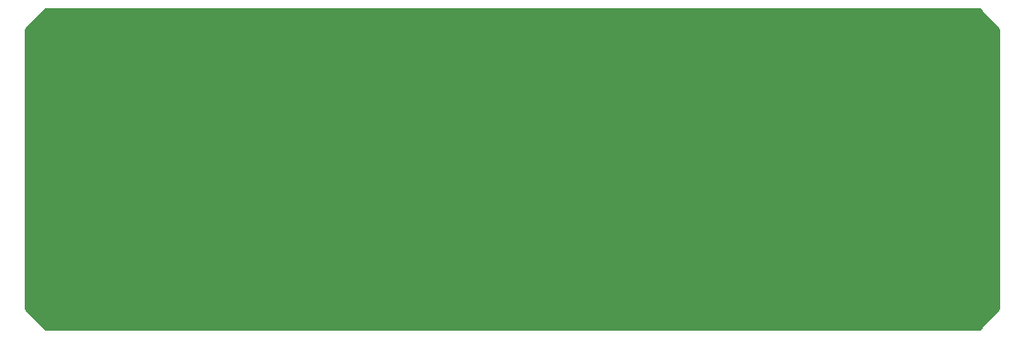
<source format=gbr>
G04 #@! TF.GenerationSoftware,KiCad,Pcbnew,(2018-01-05 revision b98cc0b)-master*
G04 #@! TF.CreationDate,2018-01-10T21:07:59+01:00*
G04 #@! TF.ProjectId,5_hole_probe,355F686F6C655F70726F62652E6B6963,rev?*
G04 #@! TF.SameCoordinates,PX303f130PY34c0a38*
G04 #@! TF.FileFunction,Other,ECO1*
%FSLAX46Y46*%
G04 Gerber Fmt 4.6, Leading zero omitted, Abs format (unit mm)*
G04 Created by KiCad (PCBNEW (2018-01-05 revision b98cc0b)-master) date 2018 January 10, Wednesday 21:07:59*
%MOMM*%
%LPD*%
G01*
G04 APERTURE LIST*
%ADD10C,0.254000*%
G04 APERTURE END LIST*
D10*
G36*
X90043000Y27887394D02*
X90043000Y1957606D01*
X88212394Y127000D01*
X1957606Y127000D01*
X127000Y1957606D01*
X127000Y27887394D01*
X1957606Y29718000D01*
X88212394Y29718000D01*
X90043000Y27887394D01*
X90043000Y27887394D01*
G37*
X90043000Y27887394D02*
X90043000Y1957606D01*
X88212394Y127000D01*
X1957606Y127000D01*
X127000Y1957606D01*
X127000Y27887394D01*
X1957606Y29718000D01*
X88212394Y29718000D01*
X90043000Y27887394D01*
M02*

</source>
